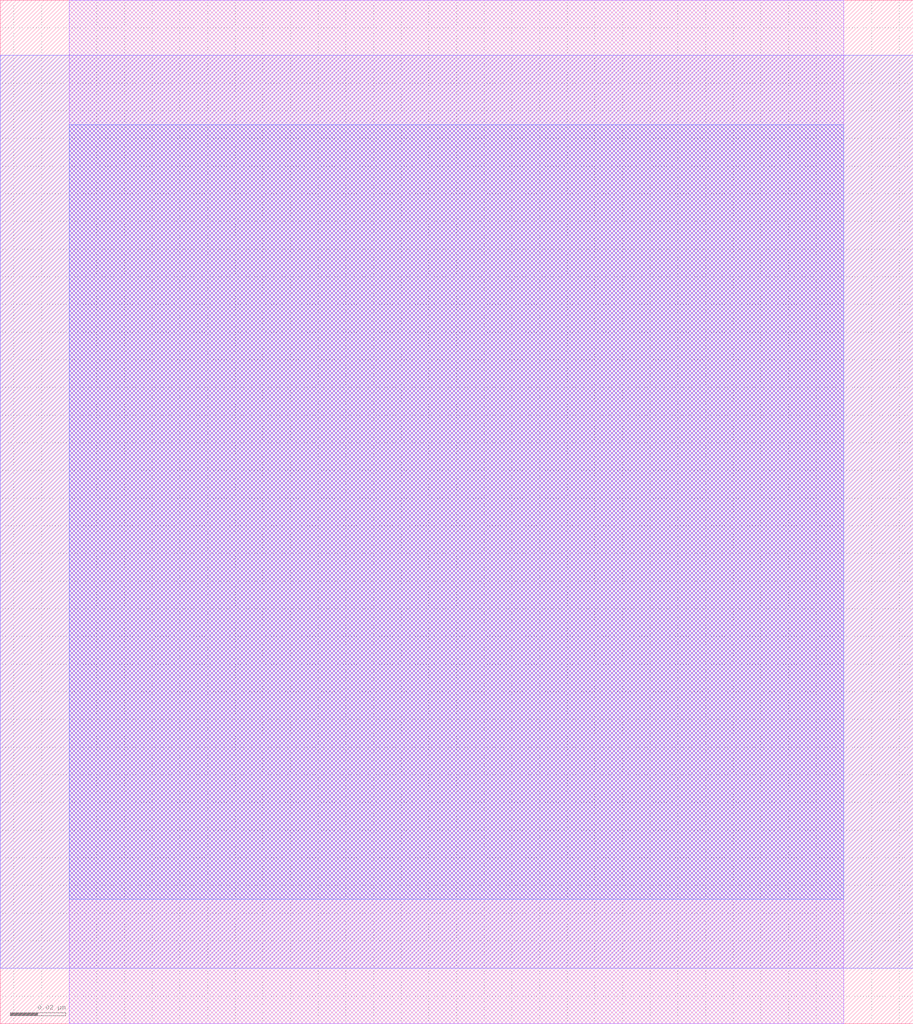
<source format=lef>
# Copyright 2020 The SkyWater PDK Authors
#
# Licensed under the Apache License, Version 2.0 (the "License");
# you may not use this file except in compliance with the License.
# You may obtain a copy of the License at
#
#     https://www.apache.org/licenses/LICENSE-2.0
#
# Unless required by applicable law or agreed to in writing, software
# distributed under the License is distributed on an "AS IS" BASIS,
# WITHOUT WARRANTIES OR CONDITIONS OF ANY KIND, either express or implied.
# See the License for the specific language governing permissions and
# limitations under the License.
#
# SPDX-License-Identifier: Apache-2.0

VERSION 5.7 ;
  NOWIREEXTENSIONATPIN ON ;
  DIVIDERCHAR "/" ;
  BUSBITCHARS "[]" ;
MACRO sky130_fd_pr__via_m2m3__example4
  CLASS BLOCK ;
  FOREIGN sky130_fd_pr__via_m2m3__example4 ;
  ORIGIN  0.025000  0.000000 ;
  SIZE  0.330000 BY  0.370000 ;
  OBS
    LAYER met2 ;
      RECT 0.000000 0.000000 0.280000 0.370000 ;
    LAYER met3 ;
      RECT -0.025000 0.020000 0.305000 0.350000 ;
    LAYER via2 ;
      RECT 0.000000 0.045000 0.280000 0.325000 ;
  END
END sky130_fd_pr__via_m2m3__example4
END LIBRARY

</source>
